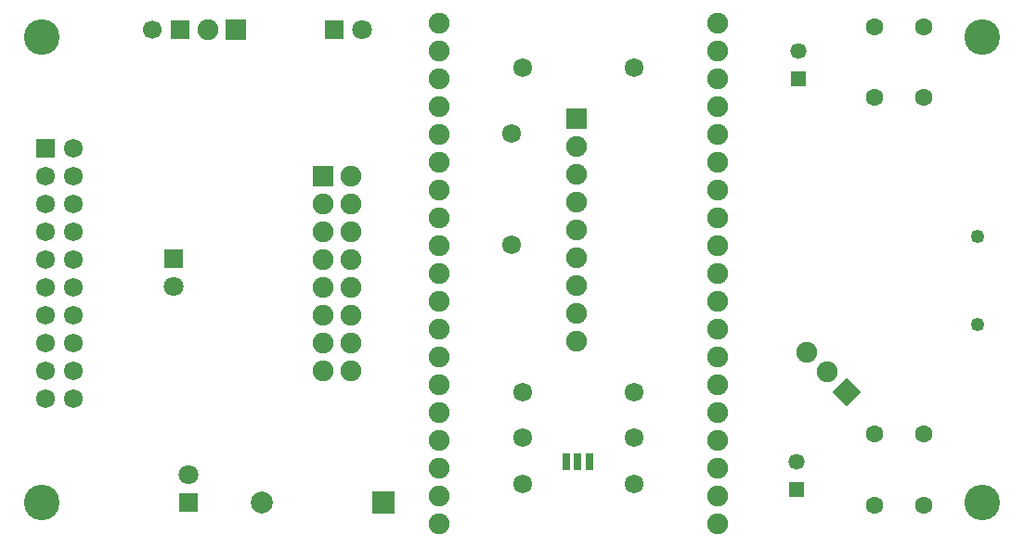
<source format=gbr>
G04 DipTrace 3.3.1.3*
G04 BottomMask.gbr*
%MOIN*%
G04 #@! TF.FileFunction,Soldermask,Bot*
G04 #@! TF.Part,Single*
%AMOUTLINE1*
4,1,4,
0.0,-0.052893,
-0.052893,0.0,
0.0,0.052893,
0.052893,0.0,
0.0,-0.052893,
0*%
%ADD21R,0.070866X0.070866*%
%ADD27R,0.066929X0.066929*%
%ADD28C,0.066929*%
%ADD37R,0.029528X0.062992*%
%ADD45C,0.127953*%
%ADD46C,0.049213*%
%ADD66C,0.062992*%
%ADD68C,0.067874*%
%ADD72C,0.074803*%
%ADD73R,0.074803X0.074803*%
%ADD74C,0.067874*%
%ADD76R,0.067874X0.067874*%
%ADD78R,0.057874X0.057874*%
%ADD80C,0.057874*%
%ADD82C,0.07874*%
%ADD83R,0.07874X0.07874*%
%ADD84C,0.070866*%
%ADD94OUTLINE1*%
%FSLAX26Y26*%
G04*
G70*
G90*
G75*
G01*
G04 BotMask*
%LPD*%
D21*
X1068701Y543702D3*
D84*
Y643702D3*
X1693701Y2243702D3*
D21*
X1593701D3*
D84*
X1016773Y1321851D3*
D21*
Y1421851D3*
D83*
X1768701Y543702D3*
D82*
X1333661D3*
D80*
X3252075Y690430D3*
D78*
Y590430D3*
D80*
X3259953Y2166876D3*
D78*
Y2066876D3*
D45*
X543701Y2218702D3*
Y543702D3*
X3918701D3*
Y2218702D3*
D76*
X555643Y1818702D3*
D74*
Y1718702D3*
Y1618702D3*
Y1518702D3*
Y1418702D3*
Y1318702D3*
Y1218702D3*
Y1118702D3*
Y1018702D3*
Y918702D3*
X655643D3*
Y1018702D3*
Y1118702D3*
Y1218702D3*
Y1318702D3*
Y1418702D3*
Y1518702D3*
Y1618702D3*
Y1718702D3*
Y1818702D3*
D73*
X1239126Y2243380D3*
D72*
X1139126D3*
D27*
X1039126D3*
D28*
X939126D3*
D73*
X1551316Y1718702D3*
D72*
X1651316D3*
X1551316Y1618702D3*
X1651316D3*
X1551316Y1518702D3*
X1651316D3*
X1551316Y1418702D3*
X1651316D3*
X1551316Y1318702D3*
X1651316D3*
X1551316Y1218702D3*
X1651316D3*
X1551316Y1118702D3*
X1651316D3*
X1551316Y1018702D3*
X1651316D3*
D94*
X3431280Y942117D3*
D72*
X3360568Y1012829D3*
X3289857Y1083540D3*
D73*
X2461941Y1923025D3*
D72*
Y1823025D3*
Y1723025D3*
Y1623025D3*
Y1523025D3*
Y1423025D3*
Y1323025D3*
Y1223025D3*
Y1123025D3*
D74*
X2668701Y940107D3*
D68*
X2268701D3*
D74*
Y777607D3*
D68*
X2668701D3*
D74*
X2268701Y611168D3*
D68*
X2668701D3*
D74*
X2228933Y1870144D3*
D68*
Y1470144D3*
D74*
X2268701Y2107229D3*
D68*
X2668701D3*
D66*
X3709395Y533538D3*
Y789443D3*
X3532230D3*
Y533538D3*
X3709629Y2000124D3*
Y2256030D3*
X3532463D3*
Y2000124D3*
D46*
X3902636Y1185710D3*
Y1500158D3*
D37*
X2425690Y691577D3*
X2466441D3*
X2507192D3*
D72*
X2968701Y468702D3*
Y568702D3*
Y668702D3*
Y768702D3*
Y868702D3*
Y968702D3*
Y1068702D3*
Y1168702D3*
Y1268702D3*
Y1368702D3*
Y1468702D3*
Y1568702D3*
Y1668702D3*
Y1768702D3*
Y1868702D3*
Y1968702D3*
Y2068702D3*
Y2168702D3*
Y2268702D3*
X1968701D3*
Y2168702D3*
Y2068702D3*
Y1968702D3*
Y1868702D3*
Y1768702D3*
Y1668702D3*
Y1568702D3*
Y1468702D3*
Y1368702D3*
Y1268702D3*
Y1168702D3*
Y1068702D3*
Y968702D3*
Y868702D3*
Y768702D3*
Y668702D3*
Y568702D3*
Y468702D3*
M02*

</source>
